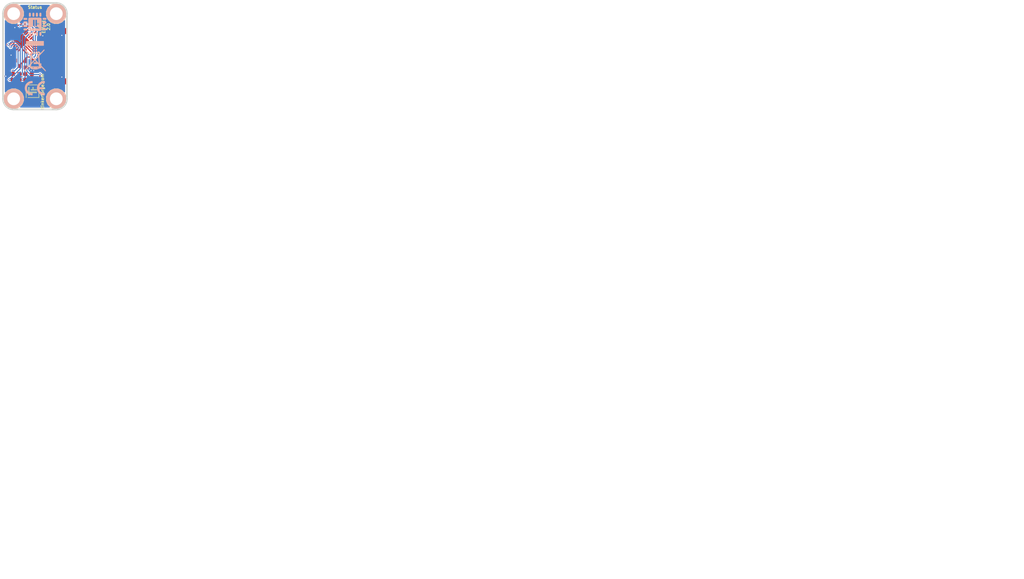
<source format=kicad_pcb>
(kicad_pcb (version 20171130) (host pcbnew 5.0.2-bee76a0~70~ubuntu18.04.1)
  (title_block (title "Hall Effect Bricklet") (date 2018-07-06) (rev 2.0) (company "Tinkerforge GmbH") (comment 1 "Licensed under CERN OHL v.1.1") (comment 2 "Copyright (©) 2018, L.Lauer <lukas@tinkerforge.com>"))
  (layers (0 Vorderseite signal) (31 Rückseite signal hide) (34 B.Paste user) (35 F.Paste user) (36 B.SilkS user) (37 F.SilkS user) (38 B.Mask user) (39 F.Mask user) (44 Edge.Cuts user))
  (net 0 "")
  (net 1 GND)
  (net 2 VCC)
  (net 3 "Net-(P1-Pad4)")
  (net 4 "Net-(P1-Pad5)")
  (net 5 "Net-(P1-Pad6)")
  (net 6 "Net-(C1-Pad1)")
  (net 7 OUT)
  (net 8 "Net-(D1-Pad2)")
  (net 9 "Net-(R3-Pad1)")
  (net 10 S-MISO)
  (net 11 S-MOSI)
  (net 12 S-CLK)
  (net 13 S-CS)
  (net 14 VOUT0)
  (net 15 VOUT1)
  (net 16 "Net-(P2-Pad2)")
  (net 17 "Net-(P3-Pad1)")
  (net 18 "Net-(R1-Pad1)")
  (net 19 "Net-(R2-Pad1)")
  (net 20 "Net-(R4-Pad2)")
  (module kicad-libraries:DRILL_NP (layer Vorderseite) (at 55.4 52.3)
    (fp_text reference U6 hide)
    (fp_text value DRILL hide)
    (pad "" np_thru_hole circle (at 0 0) (size 2.99974 2.99974) (drill 2.99974) (layers *.Cu *.Mask F.SilkS) (clearance 0.89916))
  )
  (module kicad-libraries:DRILL_NP (layer Vorderseite) (at 45.4 32.3)
    (fp_text reference U5 hide)
    (fp_text value DRILL hide)
    (pad "" np_thru_hole circle (at 0 0) (size 2.99974 2.99974) (drill 2.99974) (layers *.Cu *.Mask F.SilkS) (clearance 0.89916))
  )
  (module kicad-libraries:DRILL_NP (layer Vorderseite) (at 45.4 52.3)
    (fp_text reference U4 hide)
    (fp_text value DRILL hide)
    (pad "" np_thru_hole circle (at 0 0) (size 2.99974 2.99974) (drill 2.99974) (layers *.Cu *.Mask F.SilkS) (clearance 0.89916))
  )
  (module kicad-libraries:DRILL_NP (layer Vorderseite) (at 55.4 32.3)
    (fp_text reference U3 hide)
    (fp_text value DRILL hide)
    (pad "" np_thru_hole circle (at 0 0) (size 2.99974 2.99974) (drill 2.99974) (layers *.Cu *.Mask F.SilkS) (clearance 0.89916))
  )
  (module kicad-libraries:Logo_31x31 (layer Vorderseite) (at 48.25 52.1 90)
    (fp_text reference G*** hide)
    (fp_text value Logo_31x31 hide)
  )
  (module kicad-libraries:WEEE_7mm (layer Rückseite) (at 50.4 42.3)
    (fp_text reference VAL hide)
    (fp_text value WEEE_7mm hide)
  )
  (module kicad-libraries:CE_5mm (layer Rückseite) (at 50.4 49.8)
    (fp_text reference VAL hide)
    (fp_text value CE_5mm hide)
  )
  (module kicad-libraries:Fiducial_Mark (layer Vorderseite) (at 49.7 53.5)
    (fp_text reference Fiducial_Mark hide)
    (fp_text value VAL** hide)
    (pad 1 smd circle (at 0 0) (size 1.00076 1.00076) (layers Vorderseite F.Paste F.Mask) (clearance 0.65024))
  )
  (module kicad-libraries:Fiducial_Mark (layer Vorderseite) (at 55.4 38.3)
    (fp_text reference Fiducial_Mark hide)
    (fp_text value VAL** hide)
    (pad 1 smd circle (at 0 0) (size 1.00076 1.00076) (layers Vorderseite F.Paste F.Mask) (clearance 0.65024))
  )
  (module kicad-libraries:C0402F (layer Vorderseite) (at 51.6 38 90)
    (fp_text reference C1)
    (fp_text value 220pF)
    (pad 2 smd rect (at 0.5 0 90) (size 0.6 0.7) (layers Vorderseite F.Paste F.Mask) (net 1 GND))
    (pad 1 smd rect (at -0.5 0 90) (size 0.6 0.7) (layers Vorderseite F.Paste F.Mask) (net 6 "Net-(C1-Pad1)"))
  )
  (module kicad-libraries:C0603F (layer Vorderseite) (at 48.9 46.5)
    (fp_text reference C4)
    (fp_text value 100nF)
    (pad 1 smd rect (at -0.75 0) (size 0.9 0.9) (layers Vorderseite F.Paste F.Mask) (net 15 VOUT1))
    (pad 2 smd rect (at 0.75 0) (size 0.9 0.9) (layers Vorderseite F.Paste F.Mask) (net 1 GND))
  )
  (module kicad-libraries:C0603F (layer Vorderseite) (at 48.9 47.8)
    (fp_text reference C5)
    (fp_text value 100nF)
    (pad 1 smd rect (at -0.75 0) (size 0.9 0.9) (layers Vorderseite F.Paste F.Mask) (net 14 VOUT0))
    (pad 2 smd rect (at 0.75 0) (size 0.9 0.9) (layers Vorderseite F.Paste F.Mask) (net 1 GND))
  )
  (module kicad-libraries:C0603F (layer Vorderseite) (at 44.5 36.5 45)
    (fp_text reference C6)
    (fp_text value 100nF)
    (pad 1 smd rect (at -0.75 0 45) (size 0.9 0.9) (layers Vorderseite F.Paste F.Mask) (net 2 VCC))
    (pad 2 smd rect (at 0.75 0 45) (size 0.9 0.9) (layers Vorderseite F.Paste F.Mask) (net 1 GND))
  )
  (module kicad-libraries:D0603F (layer Vorderseite) (at 50.4 32)
    (fp_text reference D1)
    (fp_text value blue)
    (pad 1 smd rect (at -0.75 0) (size 0.9 0.9) (layers Vorderseite F.Paste F.Mask) (net 2 VCC))
    (pad 2 smd rect (at 0.75 0) (size 0.9 0.9) (layers Vorderseite F.Paste F.Mask) (net 8 "Net-(D1-Pad2)"))
  )
  (module kicad-libraries:CON-SENSOR2 (layer Vorderseite) (at 57.9 42.3 90)
    (fp_text reference P1)
    (fp_text value CON-SENSOR2)
    (pad 1 smd rect (at -3.75 -4.6 90) (size 0.6 1.8) (layers Vorderseite F.Paste F.Mask))
    (pad 2 smd rect (at -2.5 -4.6 90) (size 0.6 1.8) (layers Vorderseite F.Paste F.Mask) (net 1 GND))
    (pad EP smd rect (at -5.9 -1.2 90) (size 1.4 2.4) (layers Vorderseite F.Paste F.Mask) (net 1 GND))
    (pad EP smd rect (at 5.9 -1.2 90) (size 1.4 2.4) (layers Vorderseite F.Paste F.Mask) (net 1 GND))
    (pad 3 smd rect (at -1.25 -4.6 90) (size 0.6 1.8) (layers Vorderseite F.Paste F.Mask) (net 2 VCC))
    (pad 4 smd rect (at 0 -4.6 90) (size 0.6 1.8) (layers Vorderseite F.Paste F.Mask) (net 3 "Net-(P1-Pad4)"))
    (pad 5 smd rect (at 1.25 -4.6 90) (size 0.6 1.8) (layers Vorderseite F.Paste F.Mask) (net 4 "Net-(P1-Pad5)"))
    (pad 6 smd rect (at 2.5 -4.6 90) (size 0.6 1.8) (layers Vorderseite F.Paste F.Mask) (net 5 "Net-(P1-Pad6)"))
    (pad 7 smd rect (at 3.75 -4.6 90) (size 0.6 1.8) (layers Vorderseite F.Paste F.Mask) (net 6 "Net-(C1-Pad1)"))
  )
  (module kicad-libraries:R0603F (layer Vorderseite) (at 46 46.5)
    (fp_text reference R1)
    (fp_text value 1k)
    (pad 1 smd rect (at -0.75 0) (size 0.9 0.9) (layers Vorderseite F.Paste F.Mask) (net 18 "Net-(R1-Pad1)"))
    (pad 2 smd rect (at 0.75 0) (size 0.9 0.9) (layers Vorderseite F.Paste F.Mask) (net 15 VOUT1))
  )
  (module kicad-libraries:R0603F (layer Vorderseite) (at 50.4 33.4)
    (fp_text reference R3)
    (fp_text value 1k)
    (pad 1 smd rect (at -0.75 0) (size 0.9 0.9) (layers Vorderseite F.Paste F.Mask) (net 9 "Net-(R3-Pad1)"))
    (pad 2 smd rect (at 0.75 0) (size 0.9 0.9) (layers Vorderseite F.Paste F.Mask) (net 8 "Net-(D1-Pad2)"))
  )
  (module kicad-libraries:4X0402 (layer Vorderseite) (at 51.1 40.3 90)
    (fp_text reference RP1)
    (fp_text value 82)
    (pad 1 smd rect (at -0.7493 0.575 270) (size 0.29972 0.65) (layers Vorderseite F.Paste F.Mask) (net 3 "Net-(P1-Pad4)"))
    (pad 2 smd rect (at -0.24892 0.575 270) (size 0.29972 0.65) (layers Vorderseite F.Paste F.Mask) (net 4 "Net-(P1-Pad5)"))
    (pad 3 smd rect (at 0.24892 0.575 270) (size 0.29972 0.65) (layers Vorderseite F.Paste F.Mask) (net 5 "Net-(P1-Pad6)"))
    (pad 4 smd rect (at 0.7493 0.575 270) (size 0.29972 0.65) (layers Vorderseite F.Paste F.Mask) (net 6 "Net-(C1-Pad1)"))
    (pad 5 smd rect (at 0.7493 -0.575 90) (size 0.29972 0.65) (layers Vorderseite F.Paste F.Mask) (net 10 S-MISO))
    (pad 6 smd rect (at 0.24892 -0.575 90) (size 0.29972 0.65) (layers Vorderseite F.Paste F.Mask) (net 11 S-MOSI))
    (pad 7 smd rect (at -0.24892 -0.575 90) (size 0.29972 0.65) (layers Vorderseite F.Paste F.Mask) (net 12 S-CLK))
    (pad 8 smd rect (at -0.7493 -0.575 90) (size 0.29972 0.65) (layers Vorderseite F.Paste F.Mask) (net 13 S-CS))
  )
  (module kicad-libraries:QFN24-4x4mm-0.5mm (layer Vorderseite) (at 47.2 38.6 225)
    (fp_text reference U1)
    (fp_text value XMC1100)
    (pad 1 smd oval (at -2.025 -1.25 225) (size 1 0.3) (layers Vorderseite F.Paste F.Mask) (net 10 S-MISO))
    (pad 2 smd oval (at -2.025 -0.75 225) (size 1 0.3) (layers Vorderseite F.Paste F.Mask) (net 7 OUT))
    (pad 3 smd oval (at -2.025 -0.25 225) (size 1 0.3) (layers Vorderseite F.Paste F.Mask) (net 14 VOUT0))
    (pad 4 smd oval (at -2.025 0.25 225) (size 1 0.3) (layers Vorderseite F.Paste F.Mask))
    (pad 5 smd oval (at -2.025 0.75 225) (size 1 0.3) (layers Vorderseite F.Paste F.Mask) (net 15 VOUT1))
    (pad 6 smd oval (at -2.025 1.25 225) (size 1 0.3) (layers Vorderseite F.Paste F.Mask) (net 7 OUT))
    (pad 7 smd oval (at -1.25 2.025 315) (size 1 0.3) (layers Vorderseite F.Paste F.Mask) (net 9 "Net-(R3-Pad1)"))
    (pad 8 smd oval (at -0.75 2.025 315) (size 1 0.3) (layers Vorderseite F.Paste F.Mask))
    (pad 9 smd oval (at -0.25 2.025 315) (size 1 0.3) (layers Vorderseite F.Paste F.Mask) (net 1 GND))
    (pad 10 smd oval (at 0.25 2.025 315) (size 1 0.3) (layers Vorderseite F.Paste F.Mask) (net 2 VCC))
    (pad 11 smd oval (at 0.75 2.025 315) (size 1 0.3) (layers Vorderseite F.Paste F.Mask))
    (pad 12 smd oval (at 1.25 2.025 315) (size 1 0.3) (layers Vorderseite F.Paste F.Mask))
    (pad 13 smd oval (at 2.025 1.25 225) (size 1 0.3) (layers Vorderseite F.Paste F.Mask) (net 19 "Net-(R2-Pad1)"))
    (pad 14 smd oval (at 2.025 0.75 225) (size 1 0.3) (layers Vorderseite F.Paste F.Mask) (net 18 "Net-(R1-Pad1)"))
    (pad 15 smd oval (at 2.025 0.25 225) (size 1 0.3) (layers Vorderseite F.Paste F.Mask))
    (pad 16 smd oval (at 2.025 -0.25 225) (size 1 0.3) (layers Vorderseite F.Paste F.Mask))
    (pad 17 smd oval (at 2.025 -0.75 225) (size 1 0.3) (layers Vorderseite F.Paste F.Mask))
    (pad 18 smd oval (at 2.025 -1.25 225) (size 1 0.3) (layers Vorderseite F.Paste F.Mask))
    (pad 19 smd oval (at 1.25 -2.025 315) (size 1 0.3) (layers Vorderseite F.Paste F.Mask) (net 16 "Net-(P2-Pad2)"))
    (pad 20 smd oval (at 0.75 -2.025 315) (size 1 0.3) (layers Vorderseite F.Paste F.Mask))
    (pad 21 smd oval (at 0.25 -2.025 315) (size 1 0.3) (layers Vorderseite F.Paste F.Mask) (net 17 "Net-(P3-Pad1)"))
    (pad 22 smd oval (at -0.25 -2.025 315) (size 1 0.3) (layers Vorderseite F.Paste F.Mask) (net 13 S-CS))
    (pad 23 smd oval (at -0.75 -2.025 315) (size 1 0.3) (layers Vorderseite F.Paste F.Mask) (net 12 S-CLK))
    (pad 24 smd oval (at -1.25 -2.025 315) (size 1 0.3) (layers Vorderseite F.Paste F.Mask) (net 11 S-MOSI))
    (pad EXP smd rect (at 0.65 0.65 225) (size 1.3 1.3) (layers Vorderseite F.Paste F.Mask) (net 1 GND))
    (pad EXP smd rect (at 0.65 -0.65 225) (size 1.3 1.3) (layers Vorderseite F.Paste F.Mask) (net 1 GND))
    (pad EXP smd rect (at -0.65 0.65 225) (size 1.3 1.3) (layers Vorderseite F.Paste F.Mask) (net 1 GND))
    (pad EXP smd rect (at -0.65 -0.65 225) (size 1.3 1.3) (layers Vorderseite F.Paste F.Mask) (net 1 GND))
  )
  (module kicad-libraries:C0805 (layer Vorderseite) (at 51.3 44.3 270)
    (fp_text reference C2)
    (fp_text value 10uF)
    (pad 1 smd rect (at -1.00076 0 270) (size 1.00076 1.24968) (layers Vorderseite F.Paste F.Mask) (net 2 VCC) (clearance 0.14986))
    (pad 2 smd rect (at 1.00076 0 270) (size 1.00076 1.24968) (layers Vorderseite F.Paste F.Mask) (net 1 GND) (clearance 0.14986))
  )
  (module kicad-libraries:C0603F (layer Vorderseite) (at 49.8 44.2 270)
    (fp_text reference C3)
    (fp_text value 1uF)
    (pad 1 smd rect (at -0.75 0 270) (size 0.9 0.9) (layers Vorderseite F.Paste F.Mask) (net 2 VCC))
    (pad 2 smd rect (at 0.75 0 270) (size 0.9 0.9) (layers Vorderseite F.Paste F.Mask) (net 1 GND))
  )
  (module kicad-libraries:C0603F (layer Vorderseite) (at 43.9 45.4 270)
    (fp_text reference C7)
    (fp_text value 100nF)
    (pad 2 smd rect (at 0.75 0 270) (size 0.9 0.9) (layers Vorderseite F.Paste F.Mask) (net 1 GND))
    (pad 1 smd rect (at -0.75 0 270) (size 0.9 0.9) (layers Vorderseite F.Paste F.Mask) (net 2 VCC))
  )
  (module kicad-libraries:C0603F (layer Vorderseite) (at 48.2 44.2 270)
    (fp_text reference C8)
    (fp_text value 100nF)
    (pad 1 smd rect (at -0.75 0 270) (size 0.9 0.9) (layers Vorderseite F.Paste F.Mask) (net 7 OUT))
    (pad 2 smd rect (at 0.75 0 270) (size 0.9 0.9) (layers Vorderseite F.Paste F.Mask) (net 1 GND))
  )
  (module kicad-libraries:SolderJumper (layer Vorderseite) (at 51 47.8)
    (fp_text reference P2)
    (fp_text value BOOT)
    (pad 2 smd rect (at 0.55 0) (size 0.3 1.4) (layers Vorderseite F.Mask) (net 16 "Net-(P2-Pad2)"))
    (pad 2 smd rect (at 0.15 0) (size 0.6 0.5) (layers Vorderseite F.Mask) (net 16 "Net-(P2-Pad2)"))
    (pad 1 smd rect (at -0.5 0) (size 0.4 1.4) (layers Vorderseite F.Mask) (net 1 GND))
    (pad 1 smd rect (at -0.225 0.55) (size 0.95 0.3) (layers Vorderseite F.Mask) (net 1 GND))
    (pad 1 smd rect (at -0.225 -0.55) (size 0.95 0.3) (layers Vorderseite F.Mask) (net 1 GND))
  )
  (module kicad-libraries:DEBUG_PAD (layer Vorderseite) (at 49.7 41.8 270)
    (fp_text reference P3)
    (fp_text value DEBUG)
    (pad 1 smd circle (at 0 0 270) (size 0.7 0.7) (layers Vorderseite F.Paste F.Mask) (net 17 "Net-(P3-Pad1)"))
  )
  (module kicad-libraries:R0603F (layer Vorderseite) (at 46 47.8)
    (fp_text reference R2)
    (fp_text value 1k)
    (pad 2 smd rect (at 0.75 0) (size 0.9 0.9) (layers Vorderseite F.Paste F.Mask) (net 14 VOUT0))
    (pad 1 smd rect (at -0.75 0) (size 0.9 0.9) (layers Vorderseite F.Paste F.Mask) (net 19 "Net-(R2-Pad1)"))
  )
  (module kicad-libraries:R0603F (layer Vorderseite) (at 46 44.6 180)
    (fp_text reference R4)
    (fp_text value 100)
    (pad 1 smd rect (at -0.75 0 180) (size 0.9 0.9) (layers Vorderseite F.Paste F.Mask) (net 7 OUT))
    (pad 2 smd rect (at 0.75 0 180) (size 0.9 0.9) (layers Vorderseite F.Paste F.Mask) (net 20 "Net-(R4-Pad2)"))
  )
  (module kicad-libraries:SOT23-3 (layer Vorderseite) (at 44.8 42.3 180)
    (fp_text reference U2)
    (fp_text value DRV5053)
    (pad 1 smd rect (at 0.889 -1.016 180) (size 0.9144 0.9144) (layers Vorderseite F.Paste F.Mask) (net 2 VCC))
    (pad 2 smd rect (at -0.889 -1.016 180) (size 0.9144 0.9144) (layers Vorderseite F.Paste F.Mask) (net 20 "Net-(R4-Pad2)"))
    (pad 3 smd rect (at 0 1.00076 180) (size 0.9144 0.9144) (layers Vorderseite F.Paste F.Mask) (net 1 GND))
  )
  (module kicad-libraries:Logo_CoMCU (layer Rückseite) (at 50.4 34.8)
    (fp_text reference G*** hide)
    (fp_text value LOGO hide)
  )
  (gr_text Status (at 50.4 30.8) (layer F.SilkS) (effects (font (size 0.7 0.7))))
  (gr_line (start 42.9 52.3) (end 42.9 32.3) (angle 90) (layer Edge.Cuts) (width 0.381))
  (gr_line (start 55.4 54.8) (end 45.4 54.8) (angle 90) (layer Edge.Cuts) (width 0.381))
  (gr_line (start 57.9 32.3) (end 57.9 52.3) (angle 90) (layer Edge.Cuts) (width 0.381))
  (gr_line (start 45.4 29.8) (end 55.4 29.8) (angle 90) (layer Edge.Cuts) (width 0.381))
  (gr_arc (start 45.4 32.3) (end 42.9 32.3) (angle 90) (layer Edge.Cuts) (width 0.381))
  (gr_arc (start 55.4 32.3) (end 55.4 29.8) (angle 90) (layer Edge.Cuts) (width 0.381))
  (gr_arc (start 55.4 52.3) (end 57.9 52.3) (angle 90) (layer Edge.Cuts) (width 0.381))
  (gr_arc (start 45.4 52.3) (end 45.4 54.8) (angle 90) (layer Edge.Cuts) (width 0.381))
  (gr_text "Hall\nEffect\n2.0" (at 52.45 35.38 90) (layer F.SilkS) (effects (font (size 0.7 0.7))))
  (gr_text tinkerforge.com (at 52.15 50.5 90) (layer F.SilkS) (effects (font (size 0.7 0.7))))
  (segment (start 45.03033 35.96967) (end 45.280332 35.96967) (width 0.55) (layer Vorderseite) (net 1))
  (segment (start 45.280332 35.96967) (end 45.67 35.580002) (width 0.55) (layer Vorderseite) (net 1))
  (segment (start 45.67 35.54) (end 45.68 35.55) (width 0.55) (layer Rückseite) (net 1))
  (segment (start 45.67 35.580002) (end 45.67 35.54) (width 0.55) (layer Rückseite) (net 1))
  (via (at 45.67 35.580002) (size 0.55) (drill 0.25) (layers Vorderseite Rückseite) (net 1))
  (segment (start 51.6 37.5) (end 52.23 37.5) (width 0.55) (layer Vorderseite) (net 1))
  (via (at 52.23 37.5) (size 0.55) (drill 0.25) (layers Vorderseite Rückseite) (net 1))
  (segment (start 47.2 37.680761) (end 48.119239 38.6) (width 0.25) (layer Vorderseite) (net 1))
  (segment (start 48.119239 38.6) (end 47.2 39.519239) (width 0.25) (layer Vorderseite) (net 1))
  (segment (start 47.2 39.519239) (end 46.280761 38.6) (width 0.25) (layer Vorderseite) (net 1))
  (segment (start 46.280761 38.6) (end 47.2 37.680761) (width 0.25) (layer Vorderseite) (net 1))
  (segment (start 45.944885 36.991332) (end 45.944885 36.994885) (width 0.25) (layer Vorderseite) (net 1))
  (segment (start 45.944885 36.994885) (end 46.630761 37.680761) (width 0.25) (layer Vorderseite) (net 1))
  (segment (start 46.630761 37.680761) (end 47.2 37.680761) (width 0.25) (layer Vorderseite) (net 1))
  (segment (start 45.03033 35.96967) (end 45.03033 36.076777) (width 0.25) (layer Vorderseite) (net 1))
  (segment (start 45.03033 36.076777) (end 45.944885 36.991332) (width 0.25) (layer Vorderseite) (net 1))
  (segment (start 49.07 44.74) (end 49.59 44.74) (width 0.55) (layer Vorderseite) (net 1))
  (via (at 49.07 44.74) (size 0.55) (drill 0.25) (layers Vorderseite Rückseite) (net 1))
  (segment (start 49.59 44.74) (end 49.8 44.95) (width 0.55) (layer Vorderseite) (net 1))
  (segment (start 49.5 45.68) (end 50.11 45.68) (width 0.55) (layer Vorderseite) (net 1))
  (via (at 50.11 45.68) (size 0.55) (drill 0.25) (layers Vorderseite Rückseite) (net 1))
  (segment (start 50.11 45.68) (end 49.8 45.37) (width 0.55) (layer Vorderseite) (net 1))
  (via (at 49.5 45.68) (size 0.55) (drill 0.25) (layers Vorderseite Rückseite) (net 1))
  (segment (start 49.5 45.68) (end 49.65 45.83) (width 0.3) (layer Vorderseite) (net 1))
  (segment (start 49.65 45.83) (end 49.65 46.5) (width 0.55) (layer Vorderseite) (net 1))
  (segment (start 49.5 45.68) (end 49.46 45.68) (width 0.55) (layer Vorderseite) (net 1))
  (segment (start 49.8 45.38) (end 49.5 45.68) (width 0.55) (layer Vorderseite) (net 1))
  (via (at 49.07 45.29) (size 0.55) (drill 0.25) (layers Vorderseite Rückseite) (net 1))
  (segment (start 49.41 44.95) (end 49.07 45.29) (width 0.55) (layer Vorderseite) (net 1))
  (segment (start 49.28 44.95) (end 49.8 44.95) (width 0.55) (layer Vorderseite) (net 1))
  (segment (start 49.28 44.95) (end 49.07 44.74) (width 0.55) (layer Vorderseite) (net 1))
  (segment (start 49.07 44.74) (end 49.07 45.29) (width 0.55) (layer Vorderseite) (net 1))
  (segment (start 49.46 45.68) (end 49.07 45.29) (width 0.55) (layer Vorderseite) (net 1))
  (segment (start 49.8 44.95) (end 49.8 45.38) (width 0.55) (layer Vorderseite) (net 1))
  (segment (start 49.8 44.95) (end 49.8 45.37) (width 0.55) (layer Vorderseite) (net 1))
  (segment (start 53.3 44.8) (end 52.4 44.8) (width 0.55) (layer Vorderseite) (net 1))
  (segment (start 52.4 44.8) (end 51.99924 45.20076) (width 0.55) (layer Vorderseite) (net 1))
  (segment (start 51.99924 45.20076) (end 51.3 45.20076) (width 0.55) (layer Vorderseite) (net 1))
  (segment (start 49.8 44.95) (end 50.35 44.95) (width 0.55) (layer Vorderseite) (net 1))
  (segment (start 50.60076 45.20076) (end 51.3 45.20076) (width 0.55) (layer Vorderseite) (net 1))
  (segment (start 50.35 44.95) (end 50.60076 45.20076) (width 0.55) (layer Vorderseite) (net 1))
  (segment (start 56.7 48.2) (end 56.7 47.2) (width 0.55) (layer Vorderseite) (net 1))
  (via (at 56.7 47.2) (size 0.55) (drill 0.25) (layers Vorderseite Rückseite) (net 1))
  (segment (start 56.7 36.4) (end 56.7 37.4) (width 0.55) (layer Vorderseite) (net 1))
  (via (at 56.7 37.4) (size 0.55) (drill 0.25) (layers Vorderseite Rückseite) (net 1))
  (segment (start 49.65 47.8) (end 49.65 46.5) (width 0.55) (layer Vorderseite) (net 1))
  (segment (start 44.8 41.29924) (end 44.8 42.05) (width 0.55) (layer Vorderseite) (net 1))
  (via (at 44.8 42.05) (size 0.55) (drill 0.25) (layers Vorderseite Rückseite) (net 1))
  (segment (start 43.9 46.15) (end 43.9 46.65) (width 0.55) (layer Vorderseite) (net 1))
  (via (at 43.55 47) (size 0.55) (drill 0.25) (layers Vorderseite Rückseite) (net 1))
  (segment (start 43.9 46.65) (end 43.55 47) (width 0.55) (layer Vorderseite) (net 1))
  (segment (start 50.5 47.8) (end 49.65 47.8) (width 0.25) (layer Vorderseite) (net 1))
  (segment (start 50.775 47.25) (end 50.55 47.25) (width 0.25) (layer Vorderseite) (net 1))
  (segment (start 50.5 47.3) (end 50.5 47.8) (width 0.25) (layer Vorderseite) (net 1))
  (segment (start 50.55 47.25) (end 50.5 47.3) (width 0.25) (layer Vorderseite) (net 1))
  (segment (start 50.775 48.35) (end 50.65 48.35) (width 0.25) (layer Vorderseite) (net 1))
  (segment (start 50.5 48.2) (end 50.5 47.8) (width 0.25) (layer Vorderseite) (net 1))
  (segment (start 50.65 48.35) (end 50.5 48.2) (width 0.25) (layer Vorderseite) (net 1))
  (segment (start 48.2 44.95) (end 49.35 44.95) (width 0.55) (layer Vorderseite) (net 1))
  (segment (start 49.4 45) (end 49.8 44.95) (width 0.55) (layer Vorderseite) (net 1))
  (segment (start 49.35 44.95) (end 49.4 45) (width 0.55) (layer Vorderseite) (net 1))
  (segment (start 43.96967 37.03033) (end 43.96967 36.99967) (width 0.25) (layer Vorderseite) (net 2))
  (segment (start 43.5 36.53) (end 43.5 36.41) (width 0.25) (layer Vorderseite) (net 2))
  (segment (start 43.5 36.41) (end 44.88 35.03) (width 0.25) (layer Vorderseite) (net 2))
  (segment (start 44.88 35.03) (end 46.82 35.03) (width 0.25) (layer Vorderseite) (net 2))
  (segment (start 46.82 35.03) (end 46.825 35.025) (width 0.25) (layer Vorderseite) (net 2))
  (segment (start 43.96967 36.99967) (end 43.5 36.53) (width 0.25) (layer Vorderseite) (net 2))
  (segment (start 49.07 32) (end 49.65 32) (width 0.25) (layer Vorderseite) (net 2))
  (segment (start 46.825 35.025) (end 48.49 33.36) (width 0.25) (layer Vorderseite) (net 2))
  (segment (start 48.49 33.36) (end 48.49 32.58) (width 0.25) (layer Vorderseite) (net 2))
  (segment (start 48.49 32.58) (end 49.07 32) (width 0.25) (layer Vorderseite) (net 2))
  (segment (start 43.96967 37.03033) (end 43.99967 37.03033) (width 0.25) (layer Vorderseite) (net 2))
  (segment (start 43.99967 37.03033) (end 44.24 36.79) (width 0.25) (layer Vorderseite) (net 2))
  (segment (start 44.24 36.79) (end 44.75 36.79) (width 0.25) (layer Vorderseite) (net 2))
  (segment (start 44.75 36.79) (end 44.93 36.97) (width 0.25) (layer Vorderseite) (net 2))
  (segment (start 44.93 36.97) (end 45.216447 36.97) (width 0.25) (layer Vorderseite) (net 2))
  (segment (start 45.216447 36.97) (end 45.591332 37.344885) (width 0.25) (layer Vorderseite) (net 2))
  (segment (start 43.911 43.316) (end 43.911 42.271) (width 0.25) (layer Vorderseite) (net 2))
  (segment (start 43.65 37.35) (end 43.96967 37.03033) (width 0.25) (layer Vorderseite) (net 2))
  (segment (start 43.65 42.01) (end 43.65 37.35) (width 0.25) (layer Vorderseite) (net 2))
  (segment (start 43.911 42.271) (end 43.65 42.01) (width 0.25) (layer Vorderseite) (net 2))
  (segment (start 51.3 43.19924) (end 50.60076 43.19924) (width 0.55) (layer Vorderseite) (net 2))
  (segment (start 50.60076 43.19924) (end 50.35 43.45) (width 0.55) (layer Vorderseite) (net 2))
  (segment (start 50.35 43.45) (end 49.8 43.45) (width 0.55) (layer Vorderseite) (net 2))
  (segment (start 53.3 43.55) (end 52.45 43.55) (width 0.55) (layer Vorderseite) (net 2))
  (segment (start 52.45 43.55) (end 52.09924 43.19924) (width 0.55) (layer Vorderseite) (net 2))
  (segment (start 52.09924 43.19924) (end 51.3 43.19924) (width 0.55) (layer Vorderseite) (net 2))
  (segment (start 43.911 43.316) (end 43.911 44.661) (width 0.55) (layer Vorderseite) (net 2))
  (segment (start 49.8 43.45) (end 49.8 42.9) (width 0.25) (layer Vorderseite) (net 2))
  (segment (start 46.8 35) (end 46.825 35.025) (width 0.25) (layer Vorderseite) (net 2))
  (via (at 46.8 35) (size 0.55) (drill 0.25) (layers Vorderseite Rückseite) (net 2))
  (segment (start 49.3 35) (end 46.8 35) (width 0.25) (layer Rückseite) (net 2))
  (segment (start 50.7 36.4) (end 49.3 35) (width 0.25) (layer Rückseite) (net 2))
  (segment (start 50.7 37.3) (end 50.7 36.4) (width 0.25) (layer Rückseite) (net 2))
  (segment (start 50.5 37.5) (end 50.7 37.3) (width 0.25) (layer Rückseite) (net 2))
  (segment (start 50.5 42.2) (end 50.5 37.5) (width 0.25) (layer Rückseite) (net 2))
  (segment (start 50 42.7) (end 50.5 42.2) (width 0.25) (layer Rückseite) (net 2))
  (via (at 50 42.7) (size 0.55) (drill 0.25) (layers Vorderseite Rückseite) (net 2))
  (segment (start 49.8 42.9) (end 50 42.7) (width 0.25) (layer Vorderseite) (net 2))
  (segment (start 51.8493 41.0493) (end 52.1 41.3) (width 0.2) (layer Vorderseite) (net 3))
  (segment (start 52.1 42) (end 52.4 42.3) (width 0.2) (layer Vorderseite) (net 3))
  (segment (start 52.1 41.3) (end 52.1 42) (width 0.2) (layer Vorderseite) (net 3))
  (segment (start 51.675 41.0493) (end 51.8493 41.0493) (width 0.2) (layer Vorderseite) (net 3))
  (segment (start 52.4 42.3) (end 53.3 42.3) (width 0.2) (layer Vorderseite) (net 3))
  (segment (start 51.675 40.54892) (end 52.04892 40.54892) (width 0.2) (layer Vorderseite) (net 4))
  (segment (start 52.04892 40.54892) (end 52.55 41.05) (width 0.2) (layer Vorderseite) (net 4))
  (segment (start 52.55 41.05) (end 53.3 41.05) (width 0.2) (layer Vorderseite) (net 4))
  (segment (start 51.675 40.05108) (end 52.04892 40.05108) (width 0.2) (layer Vorderseite) (net 5))
  (segment (start 52.04892 40.05108) (end 52.3 39.8) (width 0.2) (layer Vorderseite) (net 5))
  (segment (start 52.3 39.8) (end 53.3 39.8) (width 0.2) (layer Vorderseite) (net 5))
  (segment (start 51.675 38.575) (end 51.675 39.5507) (width 0.2) (layer Vorderseite) (net 6))
  (segment (start 53.3 38.55) (end 51.65 38.55) (width 0.2) (layer Vorderseite) (net 6))
  (segment (start 51.65 38.55) (end 51.675 38.575) (width 0.2) (layer Vorderseite) (net 6))
  (segment (start 47.748008 36.261992) (end 47.748008 36.284225) (width 0.25) (layer Vorderseite) (net 7))
  (segment (start 46.75 44.6) (end 46.75 44.45) (width 0.3) (layer Vorderseite) (net 7))
  (segment (start 47.75 43.45) (end 48.2 43.45) (width 0.3) (layer Vorderseite) (net 7))
  (segment (start 46.75 44.45) (end 47.75 43.45) (width 0.3) (layer Vorderseite) (net 7))
  (segment (start 49.162221 37.698439) (end 49.76066 37.1) (width 0.25) (layer Vorderseite) (net 7))
  (segment (start 49.76066 37.1) (end 50 37.1) (width 0.25) (layer Vorderseite) (net 7))
  (via (at 50 37.1) (size 0.55) (drill 0.25) (layers Vorderseite Rückseite) (net 7))
  (segment (start 50 37.1) (end 50.5 36.6) (width 0.25) (layer Vorderseite) (net 7))
  (segment (start 48.732233 35.3) (end 47.748008 36.284225) (width 0.25) (layer Vorderseite) (net 7))
  (segment (start 49.6 35.3) (end 48.732233 35.3) (width 0.25) (layer Vorderseite) (net 7))
  (segment (start 50.5 36.2) (end 49.6 35.3) (width 0.25) (layer Vorderseite) (net 7))
  (segment (start 50.5 36.6) (end 50.5 36.2) (width 0.25) (layer Vorderseite) (net 7))
  (segment (start 48.2 43.45) (end 48.2 42.8) (width 0.25) (layer Vorderseite) (net 7))
  (segment (start 50 41.8) (end 50 37.1) (width 0.25) (layer Rückseite) (net 7))
  (segment (start 49.3 42.5) (end 50 41.8) (width 0.25) (layer Rückseite) (net 7))
  (via (at 49.3 42.5) (size 0.55) (drill 0.25) (layers Vorderseite Rückseite) (net 7))
  (segment (start 48.5 42.5) (end 49.3 42.5) (width 0.25) (layer Vorderseite) (net 7))
  (segment (start 48.2 42.8) (end 48.5 42.5) (width 0.25) (layer Vorderseite) (net 7))
  (segment (start 51.15 32) (end 51.15 33.4) (width 0.25) (layer Vorderseite) (net 8))
  (segment (start 46.651992 36.284225) (end 46.655775 36.284225) (width 0.25) (layer Vorderseite) (net 9))
  (segment (start 46.655775 36.284225) (end 48.06 34.88) (width 0.25) (layer Vorderseite) (net 9))
  (segment (start 48.06 34.88) (end 48.06 34.45) (width 0.25) (layer Vorderseite) (net 9))
  (segment (start 48.06 34.45) (end 49.11 33.4) (width 0.25) (layer Vorderseite) (net 9))
  (segment (start 49.11 33.4) (end 49.65 33.4) (width 0.25) (layer Vorderseite) (net 9))
  (segment (start 49.65 33.4) (end 49.34 33.4) (width 0.25) (layer Vorderseite) (net 9))
  (segment (start 50.525 39.5507) (end 50.525 39.061217) (width 0.2) (layer Vorderseite) (net 10))
  (segment (start 50.525 39.061217) (end 49.515775 38.051992) (width 0.2) (layer Vorderseite) (net 10))
  (segment (start 50.525 40.05108) (end 50.15108 40.05108) (width 0.2) (layer Vorderseite) (net 11))
  (segment (start 50.15108 40.05108) (end 49.9 39.8) (width 0.2) (layer Vorderseite) (net 11))
  (segment (start 49.9 39.8) (end 49.9 39.532233) (width 0.2) (layer Vorderseite) (net 11))
  (segment (start 49.9 39.532233) (end 49.515775 39.148008) (width 0.2) (layer Vorderseite) (net 11))
  (segment (start 50.525 40.54892) (end 50.153942 40.54892) (width 0.2) (layer Vorderseite) (net 12))
  (segment (start 49.162221 39.557199) (end 49.162221 39.501561) (width 0.2) (layer Vorderseite) (net 12))
  (segment (start 50.153942 40.54892) (end 49.162221 39.557199) (width 0.2) (layer Vorderseite) (net 12))
  (segment (start 50.525 41.0493) (end 50.002853 41.0493) (width 0.2) (layer Vorderseite) (net 13))
  (segment (start 50.002853 41.0493) (end 48.808668 39.855115) (width 0.2) (layer Vorderseite) (net 13))
  (segment (start 46.75 47.8) (end 47.45 47.8) (width 0.3) (layer Vorderseite) (net 14))
  (segment (start 47.45 47.8) (end 48.15 47.8) (width 0.3) (layer Vorderseite) (net 14))
  (via (at 47.45 47.8) (size 0.55) (drill 0.25) (layers Vorderseite Rückseite) (net 14))
  (segment (start 48.1 47.2) (end 48.1 46) (width 0.25) (layer Rückseite) (net 14))
  (segment (start 47.5 47.8) (end 48.1 47.2) (width 0.25) (layer Rückseite) (net 14))
  (segment (start 47.45 47.8) (end 47.5 47.8) (width 0.25) (layer Rückseite) (net 14))
  (segment (start 49.75 36.403553) (end 49.75 36.4) (width 0.25) (layer Vorderseite) (net 14))
  (via (at 49.75 36.4) (size 0.55) (drill 0.25) (layers Vorderseite Rückseite) (net 14))
  (segment (start 49.75 36.403553) (end 48.808668 37.344885) (width 0.25) (layer Vorderseite) (net 14))
  (segment (start 48.1 46) (end 48 45.9) (width 0.25) (layer Rückseite) (net 14))
  (segment (start 48 38.15) (end 49.75 36.4) (width 0.25) (layer Rückseite) (net 14))
  (segment (start 48 45.9) (end 48 38.15) (width 0.25) (layer Rückseite) (net 14))
  (segment (start 46.75 46.5) (end 47.45 46.5) (width 0.3) (layer Vorderseite) (net 15))
  (segment (start 47.45 46.5) (end 48.15 46.5) (width 0.3) (layer Vorderseite) (net 15))
  (via (at 47.45 46.5) (size 0.55) (drill 0.25) (layers Vorderseite Rückseite) (net 15))
  (segment (start 47.45 37.6) (end 49 36.05) (width 0.25) (layer Rückseite) (net 15))
  (segment (start 47.45 46.5) (end 47.45 37.6) (width 0.25) (layer Rückseite) (net 15))
  (segment (start 48.68934 36.05) (end 49 36.05) (width 0.25) (layer Vorderseite) (net 15))
  (via (at 49 36.05) (size 0.55) (drill 0.25) (layers Vorderseite Rückseite) (net 15))
  (segment (start 48.68934 36.05) (end 48.101561 36.637779) (width 0.25) (layer Vorderseite) (net 15))
  (segment (start 47.748008 40.915775) (end 47.748008 40.948008) (width 0.25) (layer Vorderseite) (net 16))
  (segment (start 51.55 46.65) (end 51.55 47.8) (width 0.25) (layer Vorderseite) (net 16))
  (segment (start 51.6 46.6) (end 51.55 46.65) (width 0.25) (layer Vorderseite) (net 16))
  (via (at 51.6 46.6) (size 0.55) (drill 0.25) (layers Vorderseite Rückseite) (net 16))
  (segment (start 49.3 46.6) (end 51.6 46.6) (width 0.25) (layer Rückseite) (net 16))
  (segment (start 48.5 45.8) (end 49.3 46.6) (width 0.25) (layer Rückseite) (net 16))
  (segment (start 48.5 41.9) (end 48.5 45.8) (width 0.25) (layer Rückseite) (net 16))
  (segment (start 48.6 41.8) (end 48.5 41.9) (width 0.25) (layer Rückseite) (net 16))
  (via (at 48.6 41.8) (size 0.55) (drill 0.25) (layers Vorderseite Rückseite) (net 16))
  (segment (start 47.748008 40.948008) (end 48.6 41.8) (width 0.25) (layer Vorderseite) (net 16))
  (segment (start 51.15 47.8) (end 51.5 47.8) (width 0.25) (layer Vorderseite) (net 16))
  (segment (start 51.5 47.8) (end 51.55 47.8) (width 0.25) (layer Vorderseite) (net 16))
  (segment (start 48.455115 40.208668) (end 49.7 41.453553) (width 0.25) (layer Vorderseite) (net 17))
  (segment (start 49.7 41.453553) (end 49.7 41.8) (width 0.25) (layer Vorderseite) (net 17))
  (segment (start 45.25 46.5) (end 45.25 45.75) (width 0.55) (layer Vorderseite) (net 18))
  (segment (start 45.2 39.6) (end 44.7 40.1) (width 0.25) (layer Rückseite) (net 18))
  (segment (start 44.7 40.03934) (end 45.237779 39.501561) (width 0.25) (layer Vorderseite) (net 18))
  (via (at 44.7 40.1) (size 0.55) (drill 0.25) (layers Vorderseite Rückseite) (net 18))
  (segment (start 44.7 40.03934) (end 44.7 40.1) (width 0.25) (layer Vorderseite) (net 18))
  (segment (start 46 39.6) (end 45.2 39.6) (width 0.25) (layer Rückseite) (net 18))
  (via (at 45.25 45.75) (size 0.55) (drill 0.25) (layers Vorderseite Rückseite) (net 18))
  (segment (start 45.25 45.75) (end 45.6 45.75) (width 0.25) (layer Rückseite) (net 18))
  (segment (start 45.6 45.75) (end 46.425 44.925) (width 0.25) (layer Rückseite) (net 18))
  (segment (start 46.425 44.925) (end 46.425 40.025) (width 0.25) (layer Rückseite) (net 18))
  (segment (start 46.425 40.025) (end 46 39.6) (width 0.25) (layer Rückseite) (net 18))
  (segment (start 45.25 47.8) (end 44.5 47.8) (width 0.55) (layer Vorderseite) (net 19))
  (segment (start 44.4 47.8) (end 44.5 47.8) (width 0.25) (layer Rückseite) (net 19))
  (segment (start 46.95 45.25) (end 44.4 47.8) (width 0.25) (layer Rückseite) (net 19))
  (segment (start 44.8 39) (end 46.2 39) (width 0.25) (layer Rückseite) (net 19))
  (segment (start 44.2 39.6) (end 44.8 39) (width 0.25) (layer Rückseite) (net 19))
  (segment (start 44.432233 39.6) (end 44.884225 39.148008) (width 0.25) (layer Vorderseite) (net 19))
  (via (at 44.2 39.6) (size 0.55) (drill 0.25) (layers Vorderseite Rückseite) (net 19))
  (segment (start 44.432233 39.6) (end 44.2 39.6) (width 0.25) (layer Vorderseite) (net 19))
  (via (at 44.5 47.8) (size 0.55) (drill 0.25) (layers Vorderseite Rückseite) (net 19))
  (segment (start 46.95 45.25) (end 46.95 39.75) (width 0.25) (layer Rückseite) (net 19))
  (segment (start 46.95 39.75) (end 46.2 39) (width 0.25) (layer Rückseite) (net 19))
  (segment (start 45.25 44.6) (end 45.25 44.25) (width 0.3) (layer Vorderseite) (net 20))
  (segment (start 45.689 43.811) (end 45.689 43.316) (width 0.3) (layer Vorderseite) (net 20))
  (segment (start 45.25 44.25) (end 45.689 43.811) (width 0.3) (layer Vorderseite) (net 20))
  (zone (net 1) (net_name GND) (layer Rückseite) (connect_pads (clearance 0.24892)) (min_thickness 0.24892) (fill yes (arc_segments 16) (thermal_gap 0.29972) (thermal_bridge_width 0.29972))
    (polygon (pts (xy 42.9 54.8) (xy 42.9 29.8) (xy 57.9 29.8) (xy 57.9 54.8)))
  )
)
</source>
